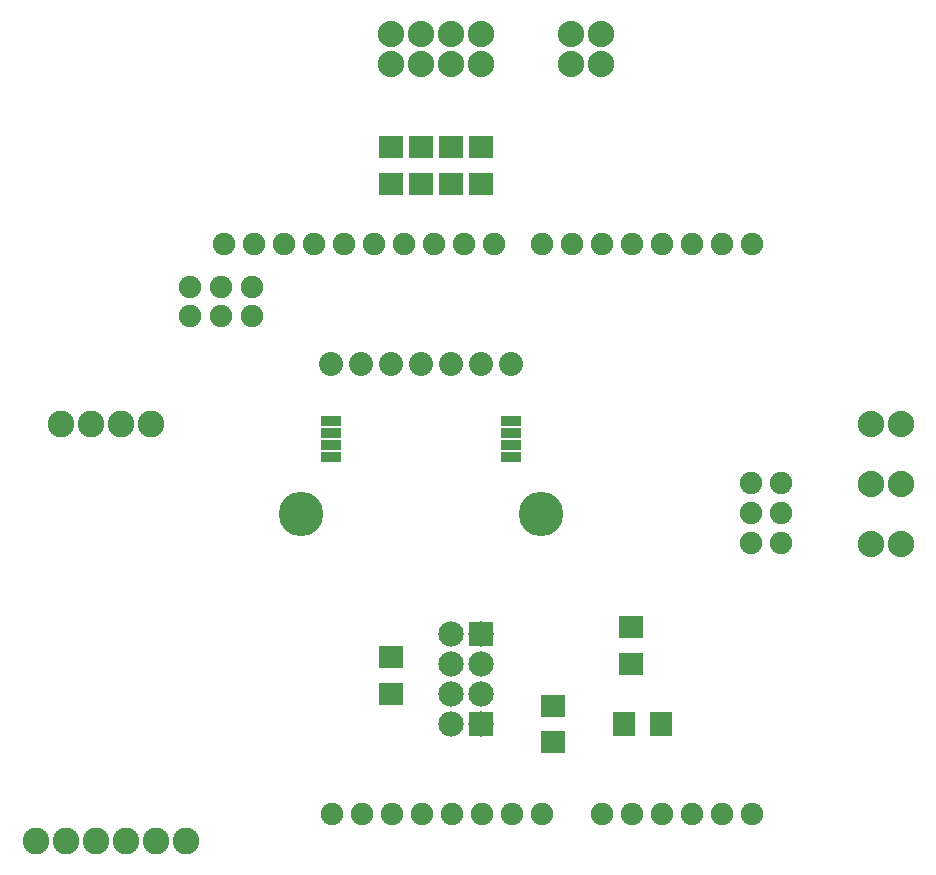
<source format=gts>
G04 MADE WITH FRITZING*
G04 WWW.FRITZING.ORG*
G04 DOUBLE SIDED*
G04 HOLES PLATED*
G04 CONTOUR ON CENTER OF CONTOUR VECTOR*
%ASAXBY*%
%FSLAX23Y23*%
%MOIN*%
%OFA0B0*%
%SFA1.0B1.0*%
%ADD10C,0.088000*%
%ADD11C,0.075278*%
%ADD12C,0.088861*%
%ADD13C,0.088833*%
%ADD14C,0.084472*%
%ADD15C,0.080000*%
%ADD16C,0.148425*%
%ADD17R,0.084108X0.084472*%
%ADD18R,0.071024X0.033622*%
%ADD19R,0.084803X0.072992*%
%ADD20R,0.072992X0.084803*%
%LNMASK1*%
G90*
G70*
G54D10*
X1612Y2813D03*
X1612Y2713D03*
X1812Y2813D03*
X1812Y2713D03*
X1712Y2813D03*
X1712Y2713D03*
X3212Y1113D03*
X3312Y1113D03*
X3212Y1313D03*
X3312Y1313D03*
X2312Y2813D03*
X2312Y2713D03*
X2212Y2813D03*
X2212Y2713D03*
X1912Y2813D03*
X1912Y2713D03*
X3312Y1513D03*
X3212Y1513D03*
G54D11*
X2415Y213D03*
X2515Y213D03*
X2615Y213D03*
X2715Y213D03*
X2815Y213D03*
X1955Y2113D03*
X1855Y2113D03*
X1755Y2113D03*
X1655Y2113D03*
X1555Y2113D03*
X1455Y2113D03*
X1355Y2113D03*
X1255Y2113D03*
X1155Y2113D03*
X1055Y2113D03*
X2815Y2113D03*
X2715Y2113D03*
X2615Y2113D03*
X2515Y2113D03*
X2415Y2113D03*
X2315Y2113D03*
X2215Y2113D03*
X2115Y2113D03*
X1515Y213D03*
X1415Y213D03*
X1615Y213D03*
X1715Y213D03*
X1815Y213D03*
X1915Y213D03*
X2015Y213D03*
X2115Y213D03*
X2315Y213D03*
X2913Y1316D03*
X2813Y1316D03*
X2913Y1216D03*
X2813Y1216D03*
X2913Y1117D03*
X2813Y1117D03*
X1045Y1970D03*
X1045Y1871D03*
X1149Y1970D03*
X1149Y1871D03*
X941Y1970D03*
X941Y1871D03*
G54D12*
X928Y123D03*
X828Y123D03*
X728Y123D03*
X628Y123D03*
X528Y123D03*
X428Y123D03*
G54D13*
X812Y1513D03*
X712Y1513D03*
X612Y1513D03*
X512Y1513D03*
G54D14*
X1912Y814D03*
X1812Y814D03*
X1912Y713D03*
X1812Y713D03*
X1912Y612D03*
X1812Y612D03*
X1912Y512D03*
X1812Y512D03*
X1912Y814D03*
X1812Y814D03*
X1912Y713D03*
X1812Y713D03*
X1912Y612D03*
X1812Y612D03*
X1912Y512D03*
X1812Y512D03*
G54D15*
X1512Y1713D03*
X1712Y1713D03*
G54D16*
X2112Y1213D03*
G54D15*
X1812Y1713D03*
X1612Y1713D03*
X1412Y1713D03*
G54D16*
X1312Y1213D03*
G54D15*
X2012Y1713D03*
X1912Y1713D03*
G54D17*
X1912Y814D03*
X1912Y814D03*
X1912Y512D03*
G54D18*
X1411Y1522D03*
X1411Y1483D03*
X1411Y1443D03*
X1411Y1404D03*
X2013Y1404D03*
X2013Y1443D03*
X2013Y1483D03*
X2013Y1522D03*
G54D19*
X2151Y574D03*
X2151Y452D03*
X2412Y713D03*
X2412Y835D03*
X1612Y613D03*
X1612Y735D03*
G54D20*
X2512Y513D03*
X2390Y513D03*
G54D19*
X1912Y2313D03*
X1912Y2435D03*
X1812Y2313D03*
X1812Y2435D03*
X1712Y2313D03*
X1712Y2435D03*
X1612Y2313D03*
X1612Y2435D03*
G04 End of Mask1*
M02*
</source>
